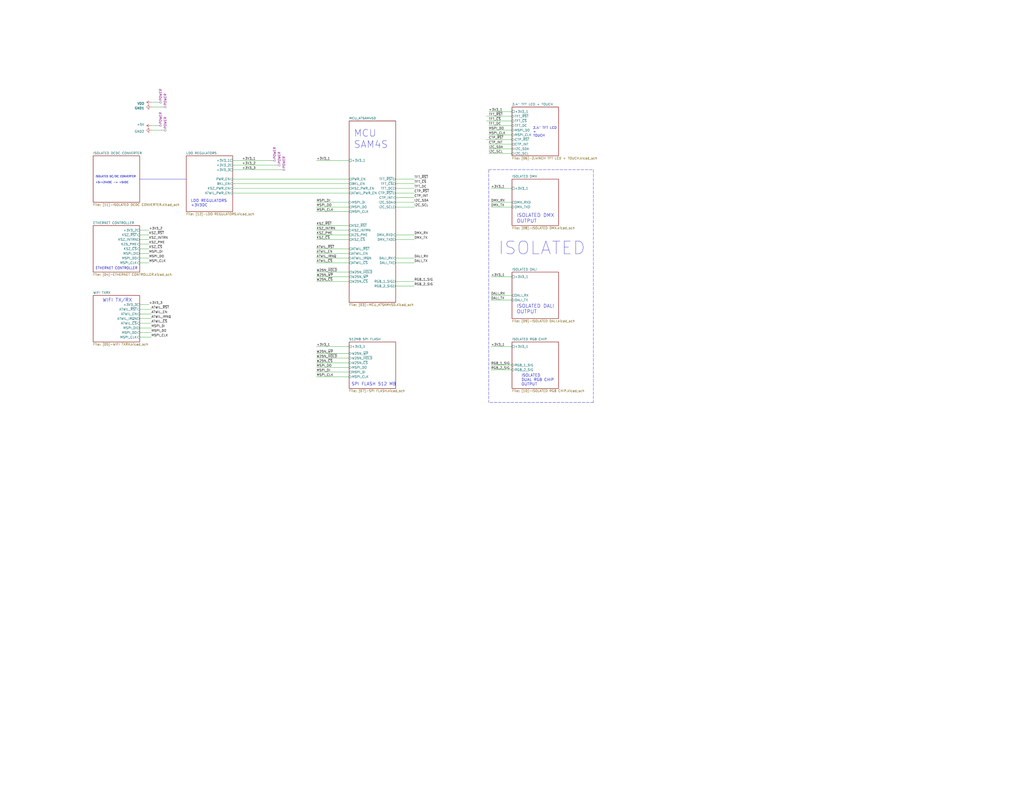
<source format=kicad_sch>
(kicad_sch (version 20230121) (generator eeschema)
  (paper "C")
  (title_block (title "SparkleSplashy") (date "2023-04-25") (rev "01") (company "Siavash Taher Parvar") (comment 1 "Siavash Taher Parvar") (comment 2 "Siavash Taher Parvar") (comment 3 "Siavash Taher Parvar") (comment 4 "_BOM_SpSp_V1.xlsx") (comment 5 "_ASM_SpSp_V1.html") (comment 6 "_GERBER_JLCPCB042023.zip") (comment 8 "No Variant") (comment 9 "N/A"))
  (lib_symbols
    (symbol "power:+5V" (power) (pin_names (offset 0))
      (property "Value" "+5V" (at 0 3.556 0))
      (symbol "+5V_0_1"
        (polyline (pts (xy -0.762 1.27) (xy 0 2.54)))
        (polyline (pts (xy 0 0) (xy 0 2.54)))
        (polyline (pts (xy 0 2.54) (xy 0.762 1.27)))
      )
      (symbol "+5V_1_1"
        (pin power_in line (at 0 0 90) (length 0) hide (name "+5V") (number "1"))
      )
    )
    (symbol "power:GND1" (power) (pin_names (offset 0))
      (property "Value" "GND1" (at 0 -3.81 0))
      (symbol "GND1_0_1"
        (polyline (pts (xy 0 0) (xy 0 -1.27) (xy 1.27 -1.27) (xy 0 -2.54) (xy -1.27 -1.27) (xy 0 -1.27)))
      )
      (symbol "GND1_1_1"
        (pin power_in line (at 0 0 270) (length 0) hide (name "GND1") (number "1"))
      )
    )
    (symbol "power:GND2" (power) (pin_names (offset 0))
      (property "Value" "GND2" (at 0 -3.81 0))
      (symbol "GND2_0_1"
        (polyline (pts (xy 0 0) (xy 0 -1.27) (xy 1.27 -1.27) (xy 0 -2.54) (xy -1.27 -1.27) (xy 0 -1.27)))
      )
      (symbol "GND2_1_1"
        (pin power_in line (at 0 0 270) (length 0) hide (name "GND2") (number "1"))
      )
    )
    (symbol "power:VDD" (power) (pin_names (offset 0))
      (property "Value" "VDD" (at 0 3.81 0))
      (symbol "VDD_0_1"
        (polyline (pts (xy -0.762 1.27) (xy 0 2.54)))
        (polyline (pts (xy 0 0) (xy 0 2.54)))
        (polyline (pts (xy 0 2.54) (xy 0.762 1.27)))
      )
      (symbol "VDD_1_1"
        (pin power_in line (at 0 0 90) (length 0) hide (name "VDD") (number "1"))
      )
    )
  )
  (wire (pts (xy 127 90.17) (xy 149.86 90.17)))
  (wire (pts (xy 266.7 60.96) (xy 279.4 60.96)))
  (wire (pts (xy 172.72 128.27) (xy 190.5 128.27)))
  (wire (pts (xy 215.9 102.87) (xy 226.06 102.87)))
  (wire (pts (xy 215.9 110.49) (xy 226.06 110.49)))
  (polyline (pts (xy 266.7 92.71) (xy 323.85 92.71)) (stroke (width 0) (type dash)))
  (wire (pts (xy 215.9 105.41) (xy 226.06 105.41)))
  (wire (pts (xy 215.9 113.03) (xy 226.06 113.03)))
  (wire (pts (xy 76.2 138.43) (xy 81.28 138.43)))
  (polyline (pts (xy 91.44 135.89) (xy 91.44 135.89)))
  (wire (pts (xy 190.5 153.67) (xy 172.72 153.67)))
  (wire (pts (xy 215.9 128.27) (xy 226.06 128.27)))
  (wire (pts (xy 82.55 71.12) (xy 87.63 71.12)))
  (wire (pts (xy 265.43 76.2) (xy 279.4 76.2)))
  (wire (pts (xy 172.72 205.74) (xy 190.5 205.74)))
  (wire (pts (xy 76.2 171.45) (xy 82.55 171.45)))
  (wire (pts (xy 266.7 81.28) (xy 279.4 81.28)))
  (wire (pts (xy 266.7 71.12) (xy 279.4 71.12)))
  (wire (pts (xy 76.2 133.35) (xy 81.28 133.35)))
  (wire (pts (xy 215.9 100.33) (xy 226.06 100.33)))
  (wire (pts (xy 172.72 123.19) (xy 190.5 123.19)))
  (wire (pts (xy 172.72 87.63) (xy 190.5 87.63)))
  (wire (pts (xy 127 87.63) (xy 147.32 87.63)))
  (wire (pts (xy 215.9 140.97) (xy 226.06 140.97)))
  (wire (pts (xy 279.4 189.23) (xy 267.97 189.23)))
  (wire (pts (xy 82.55 58.42) (xy 87.63 58.42)))
  (wire (pts (xy 172.72 193.04) (xy 190.5 193.04)))
  (wire (pts (xy 279.4 151.13) (xy 267.97 151.13)))
  (wire (pts (xy 76.2 143.51) (xy 81.28 143.51)))
  (wire (pts (xy 267.97 161.29) (xy 279.4 161.29)))
  (wire (pts (xy 76.2 135.89) (xy 81.28 135.89)))
  (wire (pts (xy 172.72 113.03) (xy 190.5 113.03)))
  (wire (pts (xy 172.72 195.58) (xy 190.5 195.58)))
  (wire (pts (xy 172.72 200.66) (xy 190.5 200.66)))
  (wire (pts (xy 127 92.71) (xy 152.4 92.71)))
  (wire (pts (xy 76.2 168.91) (xy 82.55 168.91)))
  (wire (pts (xy 76.2 181.61) (xy 82.55 181.61)))
  (wire (pts (xy 127 100.33) (xy 190.5 100.33)))
  (wire (pts (xy 172.72 198.12) (xy 190.5 198.12)))
  (wire (pts (xy 190.5 148.59) (xy 172.72 148.59)))
  (wire (pts (xy 172.72 125.73) (xy 190.5 125.73)))
  (wire (pts (xy 76.2 176.53) (xy 82.55 176.53)))
  (wire (pts (xy 266.7 78.74) (xy 279.4 78.74)))
  (wire (pts (xy 215.9 156.21) (xy 226.06 156.21)))
  (wire (pts (xy 190.5 143.51) (xy 172.72 143.51)))
  (polyline (pts (xy 323.85 219.71) (xy 266.7 219.71)) (stroke (width 0) (type dash)))
  (polyline (pts (xy 266.7 92.71) (xy 266.7 219.71)) (stroke (width 0) (type dash)))
  (wire (pts (xy 82.55 55.88) (xy 85.09 55.88)))
  (wire (pts (xy 190.5 140.97) (xy 172.72 140.97)))
  (wire (pts (xy 265.43 63.5) (xy 279.4 63.5)))
  (wire (pts (xy 267.97 163.83) (xy 279.4 163.83)))
  (polyline (pts (xy 323.85 92.71) (xy 323.85 219.71)) (stroke (width 0) (type dash)))
  (wire (pts (xy 267.97 110.49) (xy 279.4 110.49)))
  (wire (pts (xy 76.2 140.97) (xy 81.28 140.97)))
  (wire (pts (xy 76.2 166.37) (xy 81.28 166.37)))
  (wire (pts (xy 266.7 73.66) (xy 279.4 73.66)))
  (wire (pts (xy 215.9 107.95) (xy 226.06 107.95)))
  (wire (pts (xy 172.72 115.57) (xy 190.5 115.57)))
  (wire (pts (xy 76.2 130.81) (xy 81.28 130.81)))
  (polyline (pts (xy 76.2 97.79) (xy 101.6 97.79)) (stroke (width 0) (type solid)))
  (wire (pts (xy 76.2 125.73) (xy 81.28 125.73)))
  (wire (pts (xy 172.72 138.43) (xy 190.5 138.43)))
  (wire (pts (xy 265.43 66.04) (xy 279.4 66.04)))
  (wire (pts (xy 190.5 189.23) (xy 172.72 189.23)))
  (wire (pts (xy 76.2 179.07) (xy 82.55 179.07)))
  (wire (pts (xy 190.5 135.89) (xy 172.72 135.89)))
  (wire (pts (xy 127 105.41) (xy 190.5 105.41)))
  (wire (pts (xy 127 97.79) (xy 190.5 97.79)))
  (wire (pts (xy 215.9 143.51) (xy 226.06 143.51)))
  (wire (pts (xy 267.97 201.93) (xy 279.4 201.93)))
  (wire (pts (xy 266.7 68.58) (xy 279.4 68.58)))
  (wire (pts (xy 76.2 184.15) (xy 82.55 184.15)))
  (wire (pts (xy 215.9 153.67) (xy 226.06 153.67)))
  (wire (pts (xy 82.55 68.58) (xy 85.09 68.58)))
  (wire (pts (xy 172.72 110.49) (xy 190.5 110.49)))
  (wire (pts (xy 172.72 130.81) (xy 190.5 130.81)))
  (wire (pts (xy 172.72 203.2) (xy 190.5 203.2)))
  (wire (pts (xy 279.4 102.87) (xy 267.97 102.87)))
  (wire (pts (xy 267.97 199.39) (xy 279.4 199.39)))
  (wire (pts (xy 127 102.87) (xy 190.5 102.87)))
  (wire (pts (xy 190.5 151.13) (xy 172.72 151.13)))
  (wire (pts (xy 76.2 173.99) (xy 82.55 173.99)))
  (wire (pts (xy 76.2 128.27) (xy 81.28 128.27)))
  (wire (pts (xy 266.7 83.82) (xy 279.4 83.82)))
  (wire (pts (xy 215.9 130.81) (xy 226.06 130.81)))
  (wire (pts (xy 267.97 113.03) (xy 279.4 113.03)))
  (wire (pts (xy 215.9 97.79) (xy 226.06 97.79)))
  (text "ETHERNET CONTROLLER" (at 52.07 147.32 0) (effects (font (size 1.3 1.3)) (justify left bottom)))
  (text "ISOLATED" (at 271.78 139.7 0) (effects (font (size 7 7)) (justify left bottom)))
  (text "WIFI TX/RX" (at 55.88 165.1 0) (effects (font (size 1.905 1.905)) (justify left bottom)))
  (text "SPI FLASH 512 MB" (at 191.77 210.82 0) (effects (font (size 1.7 1.7)) (justify left bottom)))
  (text "ISOLATED DALI\nOUTPUT" (at 281.94 171.45 0) (effects (font (size 1.905 1.905)) (justify left bottom)))
  (text "2.4\" TFT LCD\n+\nTOUCH" (at 290.83 74.93 0) (effects (font (size 1.3 1.3)) (justify left bottom)))
  (text "LDO REGULATORS\n+3V3DC" (at 104.14 113.03 0) (effects (font (size 1.5 1.5)) (justify left bottom)))
  (text "ISOLATED DMX\nOUTPUT" (at 281.94 121.92 0) (effects (font (size 1.905 1.905)) (justify left bottom)))
  (text "ISOLATED DC/DC CONVERTER\n\n+5~+24VDC -> +5VDC" (at 52.07 100.33 0) (effects (font (size 1 1)) (justify left bottom)))
  (text "MCU\nSAM4S" (at 193.04 81.28 0) (effects (font (size 3.81 3.81)) (justify left bottom)))
  (text "ISOLATED\nDUAL RGB CHIP\nOUTPUT" (at 284.48 210.82 0) (effects (font (size 1.5 1.5)) (justify left bottom)))
  (label "KSZ_~{CS}" (at 81.28 135.89 0))
  (label "MSPI_DI" (at 82.55 179.07 0))
  (label "ATWIL_EN" (at 82.55 171.45 0))
  (label "MSPI_DO" (at 266.7 71.12 0))
  (label "DALI_RX" (at 226.06 140.97 0))
  (label "+3V3_2" (at 132.08 90.17 0))
  (label "+3V3_3" (at 81.28 166.37 0))
  (label "MSPI_DO" (at 172.72 113.03 0))
  (label "I2C_SDA" (at 226.06 110.49 0))
  (label "MSPI_DO" (at 82.55 181.61 0))
  (label "ATWIL_~{RST}" (at 172.72 135.89 0))
  (label "MSPI_CLK" (at 266.7 73.66 0))
  (label "+3V3_1" (at 267.97 189.23 0))
  (label "CTP_INT" (at 266.7 78.74 0))
  (label "+3V3_2" (at 81.28 125.73 0))
  (label "TFT_~{RST}" (at 266.7 63.5 0))
  (label "W25N_~{HOLD}" (at 172.72 195.58 0))
  (label "+3V3_1" (at 132.08 87.63 0))
  (label "KSZ_PME" (at 81.28 133.35 0))
  (label "+3V3_1" (at 267.97 151.13 0))
  (label "TFT_~{CS}" (at 226.06 100.33 0))
  (label "I2C_SCL" (at 266.7 83.82 0))
  (label "RGB_2_SIG" (at 267.97 201.93 0))
  (label "DALI_TX" (at 267.97 163.83 0))
  (label "W25N_~{CS}" (at 172.72 198.12 0))
  (label "MSPI_DI" (at 172.72 110.49 0))
  (label "MSPI_DI" (at 172.72 203.2 0))
  (label "+3V3_3" (at 132.08 92.71 0))
  (label "MSPI_DI" (at 81.28 138.43 0))
  (label "I2C_SCL" (at 226.06 113.03 0))
  (label "DMX_RX" (at 226.06 128.27 0))
  (label "W25N_~{CS}" (at 172.72 153.67 0))
  (label "KSZ_~{RST}" (at 172.72 123.19 0))
  (label "CTP_~{RST}" (at 226.06 105.41 0))
  (label "ATWIL_IRNQ" (at 82.55 173.99 0))
  (label "MSPI_CLK" (at 172.72 205.74 0))
  (label "+3V3_1" (at 172.72 189.23 0))
  (label "W25N_~{WP}" (at 172.72 193.04 0))
  (label "W25N_~{WP}" (at 172.72 151.13 0))
  (label "TFT_~{RST}" (at 226.06 97.79 0))
  (label "CTP_~{RST}" (at 266.7 76.2 0))
  (label "TFT_~{CS}" (at 266.7 66.04 0))
  (label "MSPI_CLK" (at 81.28 143.51 0))
  (label "DMX_RX" (at 267.97 110.49 0))
  (label "DMX_TX" (at 226.06 130.81 0))
  (label "ATWIL_~{CS}" (at 82.55 176.53 0))
  (label "DALI_TX" (at 226.06 143.51 0))
  (label "MSPI_DO" (at 172.72 200.66 0))
  (label "MSPI_CLK" (at 82.55 184.15 0))
  (label "KSZ_INTRN" (at 81.28 130.81 0))
  (label "RGB_1_SIG" (at 226.06 153.67 0))
  (label "RGB_2_SIG" (at 226.06 156.21 0))
  (label "+3V3_1" (at 267.97 102.87 0))
  (label "KSZ_~{CS}" (at 172.72 130.81 0))
  (label "CTP_INT" (at 226.06 107.95 0))
  (label "W25N_~{HOLD}" (at 172.72 148.59 0))
  (label "ATWIL_~{CS}" (at 172.72 143.51 0))
  (label "KSZ_PME" (at 172.72 128.27 0))
  (label "+3V3_1" (at 266.7 60.96 0))
  (label "KSZ_~{RST}" (at 81.28 128.27 0))
  (label "MSPI_CLK" (at 172.72 115.57 0))
  (label "TFT_DC" (at 266.7 68.58 0))
  (label "DMX_TX" (at 267.97 113.03 0))
  (label "RGB_1_SIG" (at 267.97 199.39 0))
  (label "I2C_SDA" (at 266.7 81.28 0))
  (label "ATWIL_~{RST}" (at 82.55 168.91 0))
  (label "+3V3_1" (at 172.72 87.63 0))
  (label "DALI_RX" (at 267.97 161.29 0))
  (label "MSPI_DO" (at 81.28 140.97 0))
  (label "KSZ_INTRN" (at 172.72 125.73 0))
  (label "ATWIL_IRNQ" (at 172.72 140.97 0))
  (label "ATWIL_EN" (at 172.72 138.43 0))
  (label "TFT_DC" (at 226.06 102.87 0))
  (netclass_flag "" (length 2.54) (shape round) (at 87.63 71.12 270) (property "Netclass" "POWER" (at 90.17 70.4215 90) (effects (font italic) (justify left))))
  (netclass_flag "" (length 2.54) (shape round) (at 87.63 58.42 270) (property "Netclass" "POWER" (at 90.17 57.7215 90) (effects (font italic) (justify left))))
  (netclass_flag "" (length 2.54) (shape round) (at 149.86 90.17 270) (property "Netclass" "POWER" (at 152.4 89.4715 90) (effects (font italic) (justify left))))
  (netclass_flag "" (length 2.54) (shape round) (at 85.09 55.88 270) (property "Netclass" "POWER" (at 87.63 55.1815 90) (effects (font italic) (justify left))))
  (netclass_flag "" (length 2.54) (shape round) (at 147.32 87.63 270) (property "Netclass" "POWER" (at 149.86 86.9315 90) (effects (font italic) (justify left))))
  (netclass_flag "" (length 2.54) (shape round) (at 152.4 92.71 270) (property "Netclass" "POWER" (at 154.94 92.0115 90) (effects (font italic) (justify left))))
  (netclass_flag "" (length 2.54) (shape round) (at 85.09 68.58 270) (property "Netclass" "POWER" (at 87.63 67.8815 90) (effects (font italic) (justify left))))
  (symbol (lib_id "power:GND2") (at 82.55 71.12 270) (unit 1)
    (property "Reference" "#PWR01112" (effects hide))
    (property "Value" "GND2" (at 78.74 71.755 90) (effects (justify right)))
    (instances (project "_HW_SparkleSplashy" (path "" (reference "#PWR01112") (unit 1)) (path "" (reference "#PWR01") (unit 1))))
  )
  (symbol (lib_id "power:GND1") (at 82.55 58.42 270) (unit 1)
    (property "Reference" "#PWR01113" (effects hide))
    (property "Value" "GND1" (at 78.74 59.055 90) (effects (justify right)))
    (instances (project "_HW_SparkleSplashy" (path "" (reference "#PWR01113") (unit 1)) (path "" (reference "#PWR02") (unit 1))))
  )
  (symbol (lib_id "power:+5V") (at 82.55 68.58 90) (unit 1)
    (property "Reference" "#PWR?" (effects hide))
    (property "Value" "+5V" (at 78.74 67.945 90) (effects (justify left)))
    (instances (project "_HW_SparkleSplashy" (path "" (reference "#PWR?") (unit 1)) (path "" (reference "#PWR01114") (unit 1)) (path "" (reference "#PWR03") (unit 1))))
  )
  (symbol (lib_id "power:VDD") (at 82.55 55.88 90) (unit 1)
    (property "Reference" "#PWR01115" (effects hide))
    (property "Value" "VDD" (at 78.74 56.515 90) (effects (justify left)))
    (instances (project "_HW_SparkleSplashy" (path "" (reference "#PWR01115") (unit 1)) (path "" (reference "#PWR04") (unit 1))))
  )
  (sheet (at 279.4 58.42) (size 25.4 26.67) (stroke (width 0.1524))
    (property "Sheetname" "2.4\" TFT LCD + TOUCH" (at 279.4 57.7084 0) (effects (justify left bottom)))
    (property "Sheetfile" "[06]-2.4INCH TFT LCD + TOUCH.kicad_sch" (at 279.4 85.6746 0) (effects (justify left top)))
    (pin "+3V3_1" passive (at 279.4 60.96 180))
    (pin "CTP_INT" output (at 279.4 78.74 180))
    (pin "TFT_~{CS}" input (at 279.4 66.04 180))
    (pin "TFT_DC" input (at 279.4 68.58 180))
    (pin "I2C_SCL" input (at 279.4 83.82 180))
    (pin "I2C_SDA" bidirectional (at 279.4 81.28 180))
    (pin "MSPI_DO" input (at 279.4 71.12 180))
    (pin "MSPI_CLK" input (at 279.4 73.66 180))
    (pin "CTP_~{RST}" input (at 279.4 76.2 180))
    (pin "TFT_~{RST}" input (at 279.4 63.5 180))
  )
  (sheet (at 190.5 186.69) (size 25.4 25.4) (stroke (width 0.1524))
    (property "Sheetname" "512MB SPI FLASH" (at 190.5 185.9784 0) (effects (justify left bottom)))
    (property "Sheetfile" "[07]-SPI FLASH.kicad_sch" (at 190.5 212.6746 0) (effects (justify left top)))
    (pin "+3V3_1" passive (at 190.5 189.23 180))
    (pin "W25N_~{WP}" input (at 190.5 193.04 180))
    (pin "W25N_~{HOLD}" input (at 190.5 195.58 180))
    (pin "MSPI_DO" input (at 190.5 200.66 180))
    (pin "MSPI_CLK" input (at 190.5 205.74 180))
    (pin "MSPI_DI" output (at 190.5 203.2 180))
    (pin "W25N_~{CS}" input (at 190.5 198.12 180))
  )
  (sheet (at 50.8 123.19) (size 25.4 25.4) (stroke (width 0.1524))
    (property "Sheetname" "ETHERNET CONTROLLER" (at 50.8 122.4784 0) (effects (justify left bottom)))
    (property "Sheetfile" "[04]-ETHERNET CONTROLLER.kicad_sch" (at 50.8 149.1746 0) (effects (justify left top)))
    (pin "+3V3_2" passive (at 76.2 125.73 0))
    (pin "KSZ_INTRN" output (at 76.2 130.81 0))
    (pin "KZS_PME" input (at 76.2 133.35 0))
    (pin "MSPI_CLK" input (at 76.2 143.51 0))
    (pin "MSPI_DI" output (at 76.2 138.43 0))
    (pin "KSZ_~{CS}" input (at 76.2 135.89 0))
    (pin "MSPI_DO" input (at 76.2 140.97 0))
    (pin "KSZ_~{RST}" input (at 76.2 128.27 0))
  )
  (sheet (at 279.4 148.59) (size 25.4 25.4) (stroke (width 0.1524))
    (property "Sheetname" "ISOLATED DALI" (at 279.4 147.8784 0) (effects (justify left bottom)))
    (property "Sheetfile" "[09]-ISOLATED DALI.kicad_sch" (at 279.4 174.5746 0) (effects (justify left top)))
    (pin "+3V3_1" passive (at 279.4 151.13 180))
    (pin "DALI_RX" output (at 279.4 161.29 180))
    (pin "DALI_TX" input (at 279.4 163.83 180))
  )
  (sheet (at 190.5 66.04) (size 25.4 99.06) (stroke (width 0.1524))
    (property "Sheetname" "MCU_ATSAM4SD" (at 190.5 65.3284 0) (effects (justify left bottom)))
    (property "Sheetfile" "[03]-MCU_ATSAM4SD.kicad_sch" (at 190.5 165.6846 0) (effects (justify left top)))
    (pin "+3V3_1" passive (at 190.5 87.63 180))
    (pin "DMX_RXD" input (at 215.9 128.27 0))
    (pin "DMX_TXD" output (at 215.9 130.81 0))
    (pin "I2C_SDA" bidirectional (at 215.9 110.49 0))
    (pin "I2C_SCL" output (at 215.9 113.03 0))
    (pin "BKL_EN" output (at 190.5 100.33 180))
    (pin "PWR_EN" output (at 190.5 97.79 180))
    (pin "CTP_INT" input (at 215.9 107.95 0))
    (pin "TFT_~{CS}" output (at 215.9 100.33 0))
    (pin "DALI_RX" input (at 215.9 140.97 0))
    (pin "DALI_TX" output (at 215.9 143.51 0))
    (pin "TFT_DC" output (at 215.9 102.87 0))
    (pin "MSPI_DI" input (at 190.5 110.49 180))
    (pin "KZS_PME" output (at 190.5 128.27 180))
    (pin "KSZ_~{CS}" output (at 190.5 130.81 180))
    (pin "KSZ_INTRN" input (at 190.5 125.73 180))
    (pin "W25N_~{WP}" output (at 190.5 151.13 180))
    (pin "W25N_~{HOLD}" output (at 190.5 148.59 180))
    (pin "MSPI_DO" output (at 190.5 113.03 180))
    (pin "MSPI_CLK" output (at 190.5 115.57 180))
    (pin "KSZ_PWR_EN" output (at 190.5 102.87 180))
    (pin "W25N_~{CS}" output (at 190.5 153.67 180))
    (pin "ATWIL_IRQN" input (at 190.5 140.97 180))
    (pin "ATWIL_EN" output (at 190.5 138.43 180))
    (pin "ATWIL_~{CS}" output (at 190.5 143.51 180))
    (pin "ATWIL_~{RST}" output (at 190.5 135.89 180))
    (pin "CTP_~{RST}" output (at 215.9 105.41 0))
    (pin "TFT_~{RST}" output (at 215.9 97.79 0))
    (pin "ATWIL_PWR_EN" output (at 190.5 105.41 180))
    (pin "KSZ_~{RST}" output (at 190.5 123.19 180))
    (pin "RGB_2_SIG" output (at 215.9 156.21 0))
    (pin "RGB_1_SIG" output (at 215.9 153.67 0))
  )
  (sheet (at 279.4 186.69) (size 25.4 25.4) (stroke (width 0.1524))
    (property "Sheetname" "ISOLATED RGB CHIP" (at 279.4 185.9784 0) (effects (justify left bottom)))
    (property "Sheetfile" "[10]-ISOLATED RGB CHIP.kicad_sch" (at 279.4 212.6746 0) (effects (justify left top)))
    (pin "+3V3_1" passive (at 279.4 189.23 180))
    (pin "RGB_1_SIG" input (at 279.4 199.39 180))
    (pin "RGB_2_SIG" input (at 279.4 201.93 180))
  )
  (sheet (at 279.4 97.79) (size 25.4 25.4) (stroke (width 0.1524))
    (property "Sheetname" "ISOLATED DMX" (at 279.4 97.0784 0) (effects (justify left bottom)))
    (property "Sheetfile" "[08]-ISOLATED DMX.kicad_sch" (at 279.4 123.7746 0) (effects (justify left top)))
    (pin "DMX_TXD" input (at 279.4 113.03 180))
    (pin "+3V3_1" passive (at 279.4 102.87 180))
    (pin "DMX_RXD" output (at 279.4 110.49 180))
  )
  (sheet (at 101.6 85.09) (size 25.4 30.48) (stroke (width 0.1524))
    (property "Sheetname" "LDO REGULATORS" (at 101.6 84.3784 0) (effects (justify left bottom)))
    (property "Sheetfile" "[12]-LDO REGULATORS.kicad_sch" (at 101.6 116.1546 0) (effects (justify left top)))
    (pin "BKL_EN" input (at 127 100.33 0))
    (pin "PWR_EN" input (at 127 97.79 0))
    (pin "+3V3_2" passive (at 127 90.17 0))
    (pin "+3V3_1" passive (at 127 87.63 0))
    (pin "+3V3_3" passive (at 127 92.71 0))
    (pin "KSZ_PWR_EN" input (at 127 102.87 0))
    (pin "ATWIL_PWR_EN" input (at 127 105.41 0))
  )
  (sheet (at 50.8 85.09) (size 25.4 25.4) (stroke (width 0.1524))
    (property "Sheetname" "ISOLATED DCDC CONVERTER" (at 50.8 84.3784 0) (effects (justify left bottom)))
    (property "Sheetfile" "[11]-ISOLATED DCDC CONVERTER.kicad_sch" (at 50.8 111.0746 0) (effects (justify left top)))
  )
  (sheet (at 50.8 161.29) (size 25.4 25.4) (stroke (width 0.1524))
    (property "Sheetname" "WIFI TXRX" (at 50.8 160.5784 0) (effects (justify left bottom)))
    (property "Sheetfile" "[05]-WIFI TXRX.kicad_sch" (at 50.8 187.2746 0) (effects (justify left top)))
    (pin "+3V3_3" passive (at 76.2 166.37 0))
    (pin "MSPI_DO" input (at 76.2 181.61 0))
    (pin "MSPI_DI" output (at 76.2 179.07 0))
    (pin "MSPI_CLK" input (at 76.2 184.15 0))
    (pin "ATWIL_~{CS}" input (at 76.2 176.53 0))
    (pin "ATWIL_IRQN" output (at 76.2 173.99 0))
    (pin "ATWIL_EN" input (at 76.2 171.45 0))
    (pin "ATWIL_~{RST}" input (at 76.2 168.91 0))
  )
)
</source>
